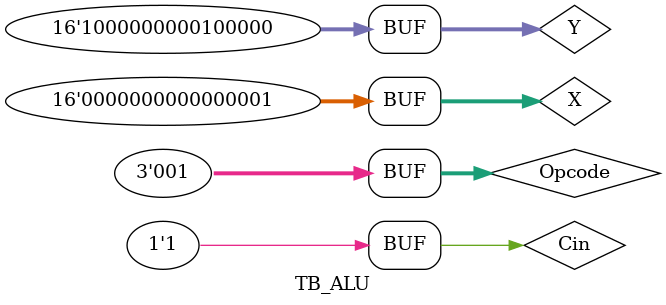
<source format=v>
`timescale 1ns / 1ps

module TB_ALU();
    //inputs
    reg [15:0] X,Y;
    reg Cin;
    reg [2:0] Opcode;
    //ouputs
    wire Cout,Lt,Eq,Gt,Ov;
    wire [15:0] Out;
    //                           input1(16b),input2(16b),Output(16b),CarryIn,CarryOut,LessThan,EqualTo,GreaterThan,Overflow,Opcode 
    ALU             ALU1        (X          ,Y          ,Out        ,Cin    ,Cout    ,Lt      ,Eq     ,Gt         ,Ov      ,Opcode);
      
    // Test Bench Stimulus
    initial
        begin
            //***** Test Opcode 000 -> Unsigned Addition
            // Expected Result: 500
            X = 200; Y = 300; Cin = 0; Opcode = 3'b000;
            // Expected Result: 501
            #5 X = 200; Y = 300; Cin = 1; Opcode = 3'b000;
            // Expected Result: Not 198
            #5  X = 200; Y = -2; Cin = 0; Opcode = 3'b000;
            
            //***** Test Opcode 001 -> Signed Addition
            // Expected Result: 500
            #5 X = 200; Y = 300; Cin = 0; Opcode = 3'b001;
            // Expected Result: -100
            #5 X = 200; Y = 300; Cin = 1; Opcode = 3'b001;
            // Expected Result: 100
            #5  X = 200; Y = -100; Cin = 0; Opcode = 3'b001;
            // Expected Result: 100
            #5  X = -200; Y = 300; Cin = 0; Opcode = 3'b001;
            // Expected Result: 300
            #5  X = 200; Y = -100; Cin = 1; Opcode = 3'b001;
            // Expected Result: -400
            #5  X = -100; Y = 300; Cin = 1; Opcode = 3'b001;
            
            //****** Test Opcode 010 -> Bitwise AND
            #5  X = 16'b1000_1000_1000_1000; Y = 16'b1111_1111_1111_1111; Cin = 0; Opcode = 3'b010;
            #5  X = 16'b0001_0001_0001_0001; Y = 16'b1111_1111_1111_1111; Cin = 0; Opcode = 3'b010;
            #5  X = 16'b0000_0000_0000_0000; Y = 16'b1111_1111_1111_1111; Cin = 0; Opcode = 3'b010;
            #5  X = 16'b1111_1111_1111_1111; Y = 16'b0000_0000_0000_0000; Cin = 0; Opcode = 3'b010;
            #5  X = 16'b1111_1111_1111_1111; Y = 16'b1111_1111_1111_1111; Cin = 0; Opcode = 3'b010;
            
            //***** Test Opcode 011 -> Bitwise OR
            #5  X = 16'b1000_1000_1000_1000; Y = 16'b1111_1111_1111_1111; Cin = 0; Opcode = 3'b011;
            #5  X = 16'b0001_0001_0001_0001; Y = 16'b1111_1111_1111_1111; Cin = 0; Opcode = 3'b011;
            #5  X = 16'b0000_0000_0000_0000; Y = 16'b1111_1111_1111_1111; Cin = 0; Opcode = 3'b011;
            #5  X = 16'b1111_1111_1111_1111; Y = 16'b0000_0000_0000_0000; Cin = 0; Opcode = 3'b011;
            #5  X = 16'b1111_1111_1111_1111; Y = 16'b1111_1111_1111_1111; Cin = 0; Opcode = 3'b011;
            
            //***** Test Opcode 100 -> Set on Less Than
            // Expected Result: Not LT -> zero
            #5 X = 200; Y = 200; Cin = 0; Opcode = 3'b100;
            // Expected Result:     LT -> non zero
            #5 X = 100; Y = 200; Cin = 0; Opcode = 3'b100;
            // Expected Result: Not LT -> zero
            #5  X = 200; Y = 100; Cin = 0; Opcode = 3'b100;
            // Expected Result:     LT -> non zero
            #5  X = -200; Y = 100; Cin = 0; Opcode = 3'b100;
            // Expected Result: Not LT -> zero
            #5  X = 1; Y = -1; Cin = 0; Opcode = 3'b100;
            // Expected Result:     LT -> non zero
            #5 X = -200; Y = -100; Cin = 0; Opcode = 3'b100;
            
            //****** Test Opcode 101 -> Branch if not Equal to
            // Expected Result: Not EQ -> non zero
            #5 X = 100; Y = 200; Cin = 0; Opcode = 3'b101;
            // Expected Result:     EQ ->     zero
            #5 X = 200; Y = 200; Cin = 0; Opcode = 3'b101;
            // Expected Result: Not EQ -> non zero
            #5  X = -200; Y = 100; Cin = 0; Opcode = 3'b101;
            // Expected Result:     EQ ->     zero
            #5  X = -200; Y = -200; Cin = 0; Opcode = 3'b101;
            // Expected Result: Not EQ -> non zero
            #5  X = 1; Y = -1; Cin = 0; Opcode = 3'b101;
          
            //****** Test Overflow
            #5 X = 32000; Y = 10000; Cin = 0; Opcode = 3'b001;
            #5 X = 10000; Y = -32768; Cin = 1; Opcode = 3'b001;
            #5 X = 1; Y = -1000000; Cin = 1; Opcode = 3'b001;
            #5 X = 1; Y = 32800; Cin = 1; Opcode = 3'b001;                     
        end
endmodule

</source>
